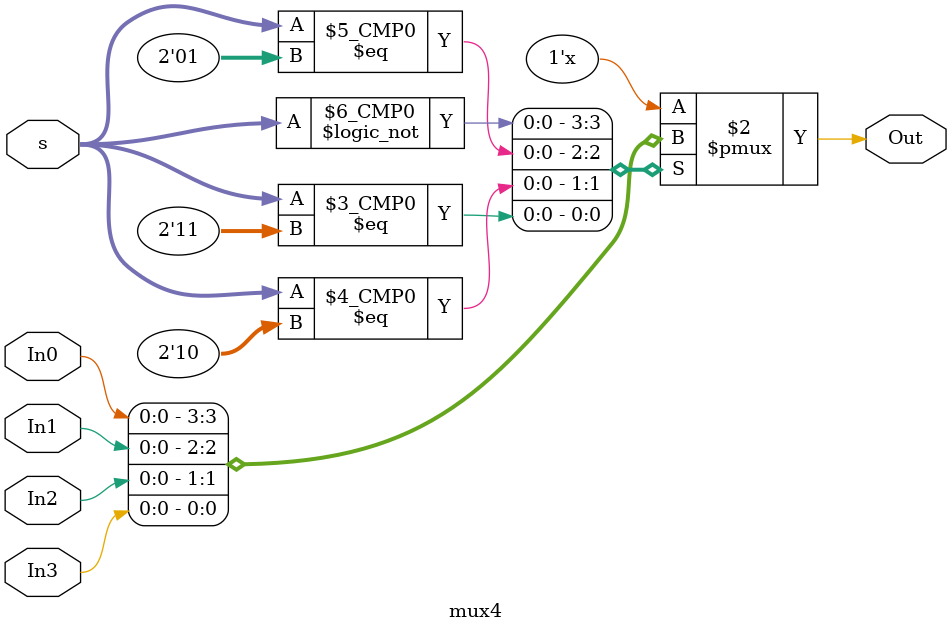
<source format=v>
`timescale 1ns / 1ps


module mux4(Out,In0,In1,In2,In3,s);
output Out;
input In0;
input In1;
input In2;
input In3;
input [1:0] s;
reg Out;
always @ (In0 or In1 or In2 or In3 or s)begin
    case(s)
    2'b00: Out=In0;
    2'b01: Out=In1;
    2'b10: Out=In2;
    2'b11: Out=In3;
    default Out=1'b0;
    endcase
end
endmodule

</source>
